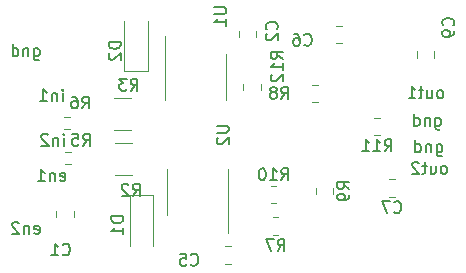
<source format=gbr>
G04 #@! TF.GenerationSoftware,KiCad,Pcbnew,(5.1.9)-1*
G04 #@! TF.CreationDate,2021-04-15T17:28:59+03:00*
G04 #@! TF.ProjectId,Cbc_power_supply_module,4362635f-706f-4776-9572-5f737570706c,rev?*
G04 #@! TF.SameCoordinates,Original*
G04 #@! TF.FileFunction,Legend,Bot*
G04 #@! TF.FilePolarity,Positive*
%FSLAX46Y46*%
G04 Gerber Fmt 4.6, Leading zero omitted, Abs format (unit mm)*
G04 Created by KiCad (PCBNEW (5.1.9)-1) date 2021-04-15 17:28:59*
%MOMM*%
%LPD*%
G01*
G04 APERTURE LIST*
%ADD10C,0.150000*%
%ADD11C,0.120000*%
G04 APERTURE END LIST*
D10*
X238978914Y-38806380D02*
X239074152Y-38758761D01*
X239121771Y-38711142D01*
X239169390Y-38615904D01*
X239169390Y-38330190D01*
X239121771Y-38234952D01*
X239074152Y-38187333D01*
X238978914Y-38139714D01*
X238836057Y-38139714D01*
X238740819Y-38187333D01*
X238693200Y-38234952D01*
X238645580Y-38330190D01*
X238645580Y-38615904D01*
X238693200Y-38711142D01*
X238740819Y-38758761D01*
X238836057Y-38806380D01*
X238978914Y-38806380D01*
X237788438Y-38139714D02*
X237788438Y-38806380D01*
X238217009Y-38139714D02*
X238217009Y-38663523D01*
X238169390Y-38758761D01*
X238074152Y-38806380D01*
X237931295Y-38806380D01*
X237836057Y-38758761D01*
X237788438Y-38711142D01*
X237455104Y-38139714D02*
X237074152Y-38139714D01*
X237312247Y-37806380D02*
X237312247Y-38663523D01*
X237264628Y-38758761D01*
X237169390Y-38806380D01*
X237074152Y-38806380D01*
X236788438Y-37901619D02*
X236740819Y-37854000D01*
X236645580Y-37806380D01*
X236407485Y-37806380D01*
X236312247Y-37854000D01*
X236264628Y-37901619D01*
X236217009Y-37996857D01*
X236217009Y-38092095D01*
X236264628Y-38234952D01*
X236836057Y-38806380D01*
X236217009Y-38806380D01*
X238282076Y-36310914D02*
X238282076Y-37120438D01*
X238329695Y-37215676D01*
X238377314Y-37263295D01*
X238472552Y-37310914D01*
X238615409Y-37310914D01*
X238710647Y-37263295D01*
X238282076Y-36929961D02*
X238377314Y-36977580D01*
X238567790Y-36977580D01*
X238663028Y-36929961D01*
X238710647Y-36882342D01*
X238758266Y-36787104D01*
X238758266Y-36501390D01*
X238710647Y-36406152D01*
X238663028Y-36358533D01*
X238567790Y-36310914D01*
X238377314Y-36310914D01*
X238282076Y-36358533D01*
X237805885Y-36310914D02*
X237805885Y-36977580D01*
X237805885Y-36406152D02*
X237758266Y-36358533D01*
X237663028Y-36310914D01*
X237520171Y-36310914D01*
X237424933Y-36358533D01*
X237377314Y-36453771D01*
X237377314Y-36977580D01*
X236472552Y-36977580D02*
X236472552Y-35977580D01*
X236472552Y-36929961D02*
X236567790Y-36977580D01*
X236758266Y-36977580D01*
X236853504Y-36929961D01*
X236901123Y-36882342D01*
X236948742Y-36787104D01*
X236948742Y-36501390D01*
X236901123Y-36406152D01*
X236853504Y-36358533D01*
X236758266Y-36310914D01*
X236567790Y-36310914D01*
X236472552Y-36358533D01*
X238180476Y-34075714D02*
X238180476Y-34885238D01*
X238228095Y-34980476D01*
X238275714Y-35028095D01*
X238370952Y-35075714D01*
X238513809Y-35075714D01*
X238609047Y-35028095D01*
X238180476Y-34694761D02*
X238275714Y-34742380D01*
X238466190Y-34742380D01*
X238561428Y-34694761D01*
X238609047Y-34647142D01*
X238656666Y-34551904D01*
X238656666Y-34266190D01*
X238609047Y-34170952D01*
X238561428Y-34123333D01*
X238466190Y-34075714D01*
X238275714Y-34075714D01*
X238180476Y-34123333D01*
X237704285Y-34075714D02*
X237704285Y-34742380D01*
X237704285Y-34170952D02*
X237656666Y-34123333D01*
X237561428Y-34075714D01*
X237418571Y-34075714D01*
X237323333Y-34123333D01*
X237275714Y-34218571D01*
X237275714Y-34742380D01*
X236370952Y-34742380D02*
X236370952Y-33742380D01*
X236370952Y-34694761D02*
X236466190Y-34742380D01*
X236656666Y-34742380D01*
X236751904Y-34694761D01*
X236799523Y-34647142D01*
X236847142Y-34551904D01*
X236847142Y-34266190D01*
X236799523Y-34170952D01*
X236751904Y-34123333D01*
X236656666Y-34075714D01*
X236466190Y-34075714D01*
X236370952Y-34123333D01*
X238674114Y-32405580D02*
X238769352Y-32357961D01*
X238816971Y-32310342D01*
X238864590Y-32215104D01*
X238864590Y-31929390D01*
X238816971Y-31834152D01*
X238769352Y-31786533D01*
X238674114Y-31738914D01*
X238531257Y-31738914D01*
X238436019Y-31786533D01*
X238388400Y-31834152D01*
X238340780Y-31929390D01*
X238340780Y-32215104D01*
X238388400Y-32310342D01*
X238436019Y-32357961D01*
X238531257Y-32405580D01*
X238674114Y-32405580D01*
X237483638Y-31738914D02*
X237483638Y-32405580D01*
X237912209Y-31738914D02*
X237912209Y-32262723D01*
X237864590Y-32357961D01*
X237769352Y-32405580D01*
X237626495Y-32405580D01*
X237531257Y-32357961D01*
X237483638Y-32310342D01*
X237150304Y-31738914D02*
X236769352Y-31738914D01*
X237007447Y-31405580D02*
X237007447Y-32262723D01*
X236959828Y-32357961D01*
X236864590Y-32405580D01*
X236769352Y-32405580D01*
X235912209Y-32405580D02*
X236483638Y-32405580D01*
X236197923Y-32405580D02*
X236197923Y-31405580D01*
X236293161Y-31548438D01*
X236388400Y-31643676D01*
X236483638Y-31691295D01*
X204242895Y-43838761D02*
X204338133Y-43886380D01*
X204528609Y-43886380D01*
X204623847Y-43838761D01*
X204671466Y-43743523D01*
X204671466Y-43362571D01*
X204623847Y-43267333D01*
X204528609Y-43219714D01*
X204338133Y-43219714D01*
X204242895Y-43267333D01*
X204195276Y-43362571D01*
X204195276Y-43457809D01*
X204671466Y-43553047D01*
X203766704Y-43219714D02*
X203766704Y-43886380D01*
X203766704Y-43314952D02*
X203719085Y-43267333D01*
X203623847Y-43219714D01*
X203480990Y-43219714D01*
X203385752Y-43267333D01*
X203338133Y-43362571D01*
X203338133Y-43886380D01*
X202909561Y-42981619D02*
X202861942Y-42934000D01*
X202766704Y-42886380D01*
X202528609Y-42886380D01*
X202433371Y-42934000D01*
X202385752Y-42981619D01*
X202338133Y-43076857D01*
X202338133Y-43172095D01*
X202385752Y-43314952D01*
X202957180Y-43886380D01*
X202338133Y-43886380D01*
X206427295Y-39368361D02*
X206522533Y-39415980D01*
X206713009Y-39415980D01*
X206808247Y-39368361D01*
X206855866Y-39273123D01*
X206855866Y-38892171D01*
X206808247Y-38796933D01*
X206713009Y-38749314D01*
X206522533Y-38749314D01*
X206427295Y-38796933D01*
X206379676Y-38892171D01*
X206379676Y-38987409D01*
X206855866Y-39082647D01*
X205951104Y-38749314D02*
X205951104Y-39415980D01*
X205951104Y-38844552D02*
X205903485Y-38796933D01*
X205808247Y-38749314D01*
X205665390Y-38749314D01*
X205570152Y-38796933D01*
X205522533Y-38892171D01*
X205522533Y-39415980D01*
X204522533Y-39415980D02*
X205093961Y-39415980D01*
X204808247Y-39415980D02*
X204808247Y-38415980D01*
X204903485Y-38558838D01*
X204998723Y-38654076D01*
X205093961Y-38701695D01*
X206719371Y-36418780D02*
X206719371Y-35752114D01*
X206719371Y-35418780D02*
X206766990Y-35466400D01*
X206719371Y-35514019D01*
X206671752Y-35466400D01*
X206719371Y-35418780D01*
X206719371Y-35514019D01*
X206243180Y-35752114D02*
X206243180Y-36418780D01*
X206243180Y-35847352D02*
X206195561Y-35799733D01*
X206100323Y-35752114D01*
X205957466Y-35752114D01*
X205862228Y-35799733D01*
X205814609Y-35894971D01*
X205814609Y-36418780D01*
X205386038Y-35514019D02*
X205338419Y-35466400D01*
X205243180Y-35418780D01*
X205005085Y-35418780D01*
X204909847Y-35466400D01*
X204862228Y-35514019D01*
X204814609Y-35609257D01*
X204814609Y-35704495D01*
X204862228Y-35847352D01*
X205433657Y-36418780D01*
X204814609Y-36418780D01*
X206617771Y-32659580D02*
X206617771Y-31992914D01*
X206617771Y-31659580D02*
X206665390Y-31707200D01*
X206617771Y-31754819D01*
X206570152Y-31707200D01*
X206617771Y-31659580D01*
X206617771Y-31754819D01*
X206141580Y-31992914D02*
X206141580Y-32659580D01*
X206141580Y-32088152D02*
X206093961Y-32040533D01*
X205998723Y-31992914D01*
X205855866Y-31992914D01*
X205760628Y-32040533D01*
X205713009Y-32135771D01*
X205713009Y-32659580D01*
X204713009Y-32659580D02*
X205284438Y-32659580D01*
X204998723Y-32659580D02*
X204998723Y-31659580D01*
X205093961Y-31802438D01*
X205189200Y-31897676D01*
X205284438Y-31945295D01*
X204195276Y-28182914D02*
X204195276Y-28992438D01*
X204242895Y-29087676D01*
X204290514Y-29135295D01*
X204385752Y-29182914D01*
X204528609Y-29182914D01*
X204623847Y-29135295D01*
X204195276Y-28801961D02*
X204290514Y-28849580D01*
X204480990Y-28849580D01*
X204576228Y-28801961D01*
X204623847Y-28754342D01*
X204671466Y-28659104D01*
X204671466Y-28373390D01*
X204623847Y-28278152D01*
X204576228Y-28230533D01*
X204480990Y-28182914D01*
X204290514Y-28182914D01*
X204195276Y-28230533D01*
X203719085Y-28182914D02*
X203719085Y-28849580D01*
X203719085Y-28278152D02*
X203671466Y-28230533D01*
X203576228Y-28182914D01*
X203433371Y-28182914D01*
X203338133Y-28230533D01*
X203290514Y-28325771D01*
X203290514Y-28849580D01*
X202385752Y-28849580D02*
X202385752Y-27849580D01*
X202385752Y-28801961D02*
X202480990Y-28849580D01*
X202671466Y-28849580D01*
X202766704Y-28801961D01*
X202814323Y-28754342D01*
X202861942Y-28659104D01*
X202861942Y-28373390D01*
X202814323Y-28278152D01*
X202766704Y-28230533D01*
X202671466Y-28182914D01*
X202480990Y-28182914D01*
X202385752Y-28230533D01*
D11*
X212521737Y-38883500D02*
X211074263Y-38883500D01*
X212521737Y-36173500D02*
X211074263Y-36173500D01*
X236628000Y-28963252D02*
X236628000Y-28440748D01*
X238098000Y-28963252D02*
X238098000Y-28440748D01*
X234265748Y-39270000D02*
X234788252Y-39270000D01*
X234265748Y-40740000D02*
X234788252Y-40740000D01*
X221566000Y-27206752D02*
X221566000Y-26684248D01*
X223036000Y-27206752D02*
X223036000Y-26684248D01*
X207555000Y-41944748D02*
X207555000Y-42467252D01*
X206085000Y-41944748D02*
X206085000Y-42467252D01*
X220619000Y-40371800D02*
X220619000Y-43821800D01*
X220619000Y-40371800D02*
X220619000Y-38421800D01*
X215499000Y-40371800D02*
X215499000Y-42321800D01*
X215499000Y-40371800D02*
X215499000Y-38421800D01*
X215308000Y-30608500D02*
X215308000Y-27158500D01*
X215308000Y-30608500D02*
X215308000Y-32558500D01*
X220428000Y-30608500D02*
X220428000Y-28658500D01*
X220428000Y-30608500D02*
X220428000Y-32558500D01*
X223391000Y-31234136D02*
X223391000Y-31688264D01*
X221921000Y-31234136D02*
X221921000Y-31688264D01*
X233024936Y-34063000D02*
X233479064Y-34063000D01*
X233024936Y-35533000D02*
X233479064Y-35533000D01*
X224728064Y-41273400D02*
X224273936Y-41273400D01*
X224728064Y-39803400D02*
X224273936Y-39803400D01*
X228055000Y-40502064D02*
X228055000Y-40047936D01*
X229525000Y-40502064D02*
X229525000Y-40047936D01*
X227772936Y-31265000D02*
X228227064Y-31265000D01*
X227772936Y-32735000D02*
X228227064Y-32735000D01*
X224426936Y-42495800D02*
X224881064Y-42495800D01*
X224426936Y-43965800D02*
X224881064Y-43965800D01*
X207240724Y-35003000D02*
X206731276Y-35003000D01*
X207240724Y-33958000D02*
X206731276Y-33958000D01*
X207304724Y-37987500D02*
X206795276Y-37987500D01*
X207304724Y-36942500D02*
X206795276Y-36942500D01*
X212395737Y-35137000D02*
X210948263Y-35137000D01*
X212395737Y-32427000D02*
X210948263Y-32427000D01*
X211852000Y-30137000D02*
X211852000Y-25837000D01*
X213852000Y-30137000D02*
X211852000Y-30137000D01*
X213852000Y-25837000D02*
X213852000Y-30137000D01*
X214296000Y-40602000D02*
X214296000Y-44902000D01*
X212296000Y-40602000D02*
X214296000Y-40602000D01*
X212296000Y-44902000D02*
X212296000Y-40602000D01*
X229738748Y-26265000D02*
X230261252Y-26265000D01*
X229738748Y-27735000D02*
X230261252Y-27735000D01*
X220333748Y-44934200D02*
X220856252Y-44934200D01*
X220333748Y-46404200D02*
X220856252Y-46404200D01*
D10*
X212573666Y-40647880D02*
X212907000Y-40171690D01*
X213145095Y-40647880D02*
X213145095Y-39647880D01*
X212764142Y-39647880D01*
X212668904Y-39695500D01*
X212621285Y-39743119D01*
X212573666Y-39838357D01*
X212573666Y-39981214D01*
X212621285Y-40076452D01*
X212668904Y-40124071D01*
X212764142Y-40171690D01*
X213145095Y-40171690D01*
X212192714Y-39743119D02*
X212145095Y-39695500D01*
X212049857Y-39647880D01*
X211811761Y-39647880D01*
X211716523Y-39695500D01*
X211668904Y-39743119D01*
X211621285Y-39838357D01*
X211621285Y-39933595D01*
X211668904Y-40076452D01*
X212240333Y-40647880D01*
X211621285Y-40647880D01*
X239675942Y-26249333D02*
X239723561Y-26201714D01*
X239771180Y-26058857D01*
X239771180Y-25963619D01*
X239723561Y-25820761D01*
X239628323Y-25725523D01*
X239533085Y-25677904D01*
X239342609Y-25630285D01*
X239199752Y-25630285D01*
X239009276Y-25677904D01*
X238914038Y-25725523D01*
X238818800Y-25820761D01*
X238771180Y-25963619D01*
X238771180Y-26058857D01*
X238818800Y-26201714D01*
X238866419Y-26249333D01*
X239771180Y-26725523D02*
X239771180Y-26916000D01*
X239723561Y-27011238D01*
X239675942Y-27058857D01*
X239533085Y-27154095D01*
X239342609Y-27201714D01*
X238961657Y-27201714D01*
X238866419Y-27154095D01*
X238818800Y-27106476D01*
X238771180Y-27011238D01*
X238771180Y-26820761D01*
X238818800Y-26725523D01*
X238866419Y-26677904D01*
X238961657Y-26630285D01*
X239199752Y-26630285D01*
X239294990Y-26677904D01*
X239342609Y-26725523D01*
X239390228Y-26820761D01*
X239390228Y-27011238D01*
X239342609Y-27106476D01*
X239294990Y-27154095D01*
X239199752Y-27201714D01*
X234693666Y-42042142D02*
X234741285Y-42089761D01*
X234884142Y-42137380D01*
X234979380Y-42137380D01*
X235122238Y-42089761D01*
X235217476Y-41994523D01*
X235265095Y-41899285D01*
X235312714Y-41708809D01*
X235312714Y-41565952D01*
X235265095Y-41375476D01*
X235217476Y-41280238D01*
X235122238Y-41185000D01*
X234979380Y-41137380D01*
X234884142Y-41137380D01*
X234741285Y-41185000D01*
X234693666Y-41232619D01*
X234360333Y-41137380D02*
X233693666Y-41137380D01*
X234122238Y-42137380D01*
X224740742Y-26554133D02*
X224788361Y-26506514D01*
X224835980Y-26363657D01*
X224835980Y-26268419D01*
X224788361Y-26125561D01*
X224693123Y-26030323D01*
X224597885Y-25982704D01*
X224407409Y-25935085D01*
X224264552Y-25935085D01*
X224074076Y-25982704D01*
X223978838Y-26030323D01*
X223883600Y-26125561D01*
X223835980Y-26268419D01*
X223835980Y-26363657D01*
X223883600Y-26506514D01*
X223931219Y-26554133D01*
X223931219Y-26935085D02*
X223883600Y-26982704D01*
X223835980Y-27077942D01*
X223835980Y-27316038D01*
X223883600Y-27411276D01*
X223931219Y-27458895D01*
X224026457Y-27506514D01*
X224121695Y-27506514D01*
X224264552Y-27458895D01*
X224835980Y-26887466D01*
X224835980Y-27506514D01*
X206617866Y-45619942D02*
X206665485Y-45667561D01*
X206808342Y-45715180D01*
X206903580Y-45715180D01*
X207046438Y-45667561D01*
X207141676Y-45572323D01*
X207189295Y-45477085D01*
X207236914Y-45286609D01*
X207236914Y-45143752D01*
X207189295Y-44953276D01*
X207141676Y-44858038D01*
X207046438Y-44762800D01*
X206903580Y-44715180D01*
X206808342Y-44715180D01*
X206665485Y-44762800D01*
X206617866Y-44810419D01*
X205665485Y-45715180D02*
X206236914Y-45715180D01*
X205951200Y-45715180D02*
X205951200Y-44715180D01*
X206046438Y-44858038D01*
X206141676Y-44953276D01*
X206236914Y-45000895D01*
X219670380Y-34747295D02*
X220479904Y-34747295D01*
X220575142Y-34794914D01*
X220622761Y-34842533D01*
X220670380Y-34937771D01*
X220670380Y-35128247D01*
X220622761Y-35223485D01*
X220575142Y-35271104D01*
X220479904Y-35318723D01*
X219670380Y-35318723D01*
X219765619Y-35747295D02*
X219718000Y-35794914D01*
X219670380Y-35890152D01*
X219670380Y-36128247D01*
X219718000Y-36223485D01*
X219765619Y-36271104D01*
X219860857Y-36318723D01*
X219956095Y-36318723D01*
X220098952Y-36271104D01*
X220670380Y-35699676D01*
X220670380Y-36318723D01*
X219479380Y-24701595D02*
X220288904Y-24701595D01*
X220384142Y-24749214D01*
X220431761Y-24796833D01*
X220479380Y-24892071D01*
X220479380Y-25082547D01*
X220431761Y-25177785D01*
X220384142Y-25225404D01*
X220288904Y-25273023D01*
X219479380Y-25273023D01*
X220479380Y-26273023D02*
X220479380Y-25701595D01*
X220479380Y-25987309D02*
X219479380Y-25987309D01*
X219622238Y-25892071D01*
X219717476Y-25796833D01*
X219765095Y-25701595D01*
X225241980Y-29075142D02*
X224765790Y-28741809D01*
X225241980Y-28503714D02*
X224241980Y-28503714D01*
X224241980Y-28884666D01*
X224289600Y-28979904D01*
X224337219Y-29027523D01*
X224432457Y-29075142D01*
X224575314Y-29075142D01*
X224670552Y-29027523D01*
X224718171Y-28979904D01*
X224765790Y-28884666D01*
X224765790Y-28503714D01*
X225241980Y-30027523D02*
X225241980Y-29456095D01*
X225241980Y-29741809D02*
X224241980Y-29741809D01*
X224384838Y-29646571D01*
X224480076Y-29551333D01*
X224527695Y-29456095D01*
X224337219Y-30408476D02*
X224289600Y-30456095D01*
X224241980Y-30551333D01*
X224241980Y-30789428D01*
X224289600Y-30884666D01*
X224337219Y-30932285D01*
X224432457Y-30979904D01*
X224527695Y-30979904D01*
X224670552Y-30932285D01*
X225241980Y-30360857D01*
X225241980Y-30979904D01*
X233894857Y-36900380D02*
X234228190Y-36424190D01*
X234466285Y-36900380D02*
X234466285Y-35900380D01*
X234085333Y-35900380D01*
X233990095Y-35948000D01*
X233942476Y-35995619D01*
X233894857Y-36090857D01*
X233894857Y-36233714D01*
X233942476Y-36328952D01*
X233990095Y-36376571D01*
X234085333Y-36424190D01*
X234466285Y-36424190D01*
X232942476Y-36900380D02*
X233513904Y-36900380D01*
X233228190Y-36900380D02*
X233228190Y-35900380D01*
X233323428Y-36043238D01*
X233418666Y-36138476D01*
X233513904Y-36186095D01*
X231990095Y-36900380D02*
X232561523Y-36900380D01*
X232275809Y-36900380D02*
X232275809Y-35900380D01*
X232371047Y-36043238D01*
X232466285Y-36138476D01*
X232561523Y-36186095D01*
X225143857Y-39340780D02*
X225477190Y-38864590D01*
X225715285Y-39340780D02*
X225715285Y-38340780D01*
X225334333Y-38340780D01*
X225239095Y-38388400D01*
X225191476Y-38436019D01*
X225143857Y-38531257D01*
X225143857Y-38674114D01*
X225191476Y-38769352D01*
X225239095Y-38816971D01*
X225334333Y-38864590D01*
X225715285Y-38864590D01*
X224191476Y-39340780D02*
X224762904Y-39340780D01*
X224477190Y-39340780D02*
X224477190Y-38340780D01*
X224572428Y-38483638D01*
X224667666Y-38578876D01*
X224762904Y-38626495D01*
X223572428Y-38340780D02*
X223477190Y-38340780D01*
X223381952Y-38388400D01*
X223334333Y-38436019D01*
X223286714Y-38531257D01*
X223239095Y-38721733D01*
X223239095Y-38959828D01*
X223286714Y-39150304D01*
X223334333Y-39245542D01*
X223381952Y-39293161D01*
X223477190Y-39340780D01*
X223572428Y-39340780D01*
X223667666Y-39293161D01*
X223715285Y-39245542D01*
X223762904Y-39150304D01*
X223810523Y-38959828D01*
X223810523Y-38721733D01*
X223762904Y-38531257D01*
X223715285Y-38436019D01*
X223667666Y-38388400D01*
X223572428Y-38340780D01*
X230892380Y-40108333D02*
X230416190Y-39775000D01*
X230892380Y-39536904D02*
X229892380Y-39536904D01*
X229892380Y-39917857D01*
X229940000Y-40013095D01*
X229987619Y-40060714D01*
X230082857Y-40108333D01*
X230225714Y-40108333D01*
X230320952Y-40060714D01*
X230368571Y-40013095D01*
X230416190Y-39917857D01*
X230416190Y-39536904D01*
X230892380Y-40584523D02*
X230892380Y-40775000D01*
X230844761Y-40870238D01*
X230797142Y-40917857D01*
X230654285Y-41013095D01*
X230463809Y-41060714D01*
X230082857Y-41060714D01*
X229987619Y-41013095D01*
X229940000Y-40965476D01*
X229892380Y-40870238D01*
X229892380Y-40679761D01*
X229940000Y-40584523D01*
X229987619Y-40536904D01*
X230082857Y-40489285D01*
X230320952Y-40489285D01*
X230416190Y-40536904D01*
X230463809Y-40584523D01*
X230511428Y-40679761D01*
X230511428Y-40870238D01*
X230463809Y-40965476D01*
X230416190Y-41013095D01*
X230320952Y-41060714D01*
X225134666Y-32452380D02*
X225468000Y-31976190D01*
X225706095Y-32452380D02*
X225706095Y-31452380D01*
X225325142Y-31452380D01*
X225229904Y-31500000D01*
X225182285Y-31547619D01*
X225134666Y-31642857D01*
X225134666Y-31785714D01*
X225182285Y-31880952D01*
X225229904Y-31928571D01*
X225325142Y-31976190D01*
X225706095Y-31976190D01*
X224563238Y-31880952D02*
X224658476Y-31833333D01*
X224706095Y-31785714D01*
X224753714Y-31690476D01*
X224753714Y-31642857D01*
X224706095Y-31547619D01*
X224658476Y-31500000D01*
X224563238Y-31452380D01*
X224372761Y-31452380D01*
X224277523Y-31500000D01*
X224229904Y-31547619D01*
X224182285Y-31642857D01*
X224182285Y-31690476D01*
X224229904Y-31785714D01*
X224277523Y-31833333D01*
X224372761Y-31880952D01*
X224563238Y-31880952D01*
X224658476Y-31928571D01*
X224706095Y-31976190D01*
X224753714Y-32071428D01*
X224753714Y-32261904D01*
X224706095Y-32357142D01*
X224658476Y-32404761D01*
X224563238Y-32452380D01*
X224372761Y-32452380D01*
X224277523Y-32404761D01*
X224229904Y-32357142D01*
X224182285Y-32261904D01*
X224182285Y-32071428D01*
X224229904Y-31976190D01*
X224277523Y-31928571D01*
X224372761Y-31880952D01*
X224820666Y-45333180D02*
X225154000Y-44856990D01*
X225392095Y-45333180D02*
X225392095Y-44333180D01*
X225011142Y-44333180D01*
X224915904Y-44380800D01*
X224868285Y-44428419D01*
X224820666Y-44523657D01*
X224820666Y-44666514D01*
X224868285Y-44761752D01*
X224915904Y-44809371D01*
X225011142Y-44856990D01*
X225392095Y-44856990D01*
X224487333Y-44333180D02*
X223820666Y-44333180D01*
X224249238Y-45333180D01*
X208294266Y-33269180D02*
X208627600Y-32792990D01*
X208865695Y-33269180D02*
X208865695Y-32269180D01*
X208484742Y-32269180D01*
X208389504Y-32316800D01*
X208341885Y-32364419D01*
X208294266Y-32459657D01*
X208294266Y-32602514D01*
X208341885Y-32697752D01*
X208389504Y-32745371D01*
X208484742Y-32792990D01*
X208865695Y-32792990D01*
X207437123Y-32269180D02*
X207627600Y-32269180D01*
X207722838Y-32316800D01*
X207770457Y-32364419D01*
X207865695Y-32507276D01*
X207913314Y-32697752D01*
X207913314Y-33078704D01*
X207865695Y-33173942D01*
X207818076Y-33221561D01*
X207722838Y-33269180D01*
X207532361Y-33269180D01*
X207437123Y-33221561D01*
X207389504Y-33173942D01*
X207341885Y-33078704D01*
X207341885Y-32840609D01*
X207389504Y-32745371D01*
X207437123Y-32697752D01*
X207532361Y-32650133D01*
X207722838Y-32650133D01*
X207818076Y-32697752D01*
X207865695Y-32745371D01*
X207913314Y-32840609D01*
X208345066Y-36418780D02*
X208678400Y-35942590D01*
X208916495Y-36418780D02*
X208916495Y-35418780D01*
X208535542Y-35418780D01*
X208440304Y-35466400D01*
X208392685Y-35514019D01*
X208345066Y-35609257D01*
X208345066Y-35752114D01*
X208392685Y-35847352D01*
X208440304Y-35894971D01*
X208535542Y-35942590D01*
X208916495Y-35942590D01*
X207440304Y-35418780D02*
X207916495Y-35418780D01*
X207964114Y-35894971D01*
X207916495Y-35847352D01*
X207821257Y-35799733D01*
X207583161Y-35799733D01*
X207487923Y-35847352D01*
X207440304Y-35894971D01*
X207392685Y-35990209D01*
X207392685Y-36228304D01*
X207440304Y-36323542D01*
X207487923Y-36371161D01*
X207583161Y-36418780D01*
X207821257Y-36418780D01*
X207916495Y-36371161D01*
X207964114Y-36323542D01*
X212384166Y-31757880D02*
X212717500Y-31281690D01*
X212955595Y-31757880D02*
X212955595Y-30757880D01*
X212574642Y-30757880D01*
X212479404Y-30805500D01*
X212431785Y-30853119D01*
X212384166Y-30948357D01*
X212384166Y-31091214D01*
X212431785Y-31186452D01*
X212479404Y-31234071D01*
X212574642Y-31281690D01*
X212955595Y-31281690D01*
X212050833Y-30757880D02*
X211431785Y-30757880D01*
X211765119Y-31138833D01*
X211622261Y-31138833D01*
X211527023Y-31186452D01*
X211479404Y-31234071D01*
X211431785Y-31329309D01*
X211431785Y-31567404D01*
X211479404Y-31662642D01*
X211527023Y-31710261D01*
X211622261Y-31757880D01*
X211907976Y-31757880D01*
X212003214Y-31710261D01*
X212050833Y-31662642D01*
X211526380Y-27646404D02*
X210526380Y-27646404D01*
X210526380Y-27884500D01*
X210574000Y-28027357D01*
X210669238Y-28122595D01*
X210764476Y-28170214D01*
X210954952Y-28217833D01*
X211097809Y-28217833D01*
X211288285Y-28170214D01*
X211383523Y-28122595D01*
X211478761Y-28027357D01*
X211526380Y-27884500D01*
X211526380Y-27646404D01*
X210621619Y-28598785D02*
X210574000Y-28646404D01*
X210526380Y-28741642D01*
X210526380Y-28979738D01*
X210574000Y-29074976D01*
X210621619Y-29122595D01*
X210716857Y-29170214D01*
X210812095Y-29170214D01*
X210954952Y-29122595D01*
X211526380Y-28551166D01*
X211526380Y-29170214D01*
X211748380Y-42413904D02*
X210748380Y-42413904D01*
X210748380Y-42652000D01*
X210796000Y-42794857D01*
X210891238Y-42890095D01*
X210986476Y-42937714D01*
X211176952Y-42985333D01*
X211319809Y-42985333D01*
X211510285Y-42937714D01*
X211605523Y-42890095D01*
X211700761Y-42794857D01*
X211748380Y-42652000D01*
X211748380Y-42413904D01*
X211748380Y-43937714D02*
X211748380Y-43366285D01*
X211748380Y-43652000D02*
X210748380Y-43652000D01*
X210891238Y-43556761D01*
X210986476Y-43461523D01*
X211034095Y-43366285D01*
X227097166Y-27865142D02*
X227144785Y-27912761D01*
X227287642Y-27960380D01*
X227382880Y-27960380D01*
X227525738Y-27912761D01*
X227620976Y-27817523D01*
X227668595Y-27722285D01*
X227716214Y-27531809D01*
X227716214Y-27388952D01*
X227668595Y-27198476D01*
X227620976Y-27103238D01*
X227525738Y-27008000D01*
X227382880Y-26960380D01*
X227287642Y-26960380D01*
X227144785Y-27008000D01*
X227097166Y-27055619D01*
X226240023Y-26960380D02*
X226430500Y-26960380D01*
X226525738Y-27008000D01*
X226573357Y-27055619D01*
X226668595Y-27198476D01*
X226716214Y-27388952D01*
X226716214Y-27769904D01*
X226668595Y-27865142D01*
X226620976Y-27912761D01*
X226525738Y-27960380D01*
X226335261Y-27960380D01*
X226240023Y-27912761D01*
X226192404Y-27865142D01*
X226144785Y-27769904D01*
X226144785Y-27531809D01*
X226192404Y-27436571D01*
X226240023Y-27388952D01*
X226335261Y-27341333D01*
X226525738Y-27341333D01*
X226620976Y-27388952D01*
X226668595Y-27436571D01*
X226716214Y-27531809D01*
X217488966Y-46483542D02*
X217536585Y-46531161D01*
X217679442Y-46578780D01*
X217774680Y-46578780D01*
X217917538Y-46531161D01*
X218012776Y-46435923D01*
X218060395Y-46340685D01*
X218108014Y-46150209D01*
X218108014Y-46007352D01*
X218060395Y-45816876D01*
X218012776Y-45721638D01*
X217917538Y-45626400D01*
X217774680Y-45578780D01*
X217679442Y-45578780D01*
X217536585Y-45626400D01*
X217488966Y-45674019D01*
X216584204Y-45578780D02*
X217060395Y-45578780D01*
X217108014Y-46054971D01*
X217060395Y-46007352D01*
X216965157Y-45959733D01*
X216727061Y-45959733D01*
X216631823Y-46007352D01*
X216584204Y-46054971D01*
X216536585Y-46150209D01*
X216536585Y-46388304D01*
X216584204Y-46483542D01*
X216631823Y-46531161D01*
X216727061Y-46578780D01*
X216965157Y-46578780D01*
X217060395Y-46531161D01*
X217108014Y-46483542D01*
M02*

</source>
